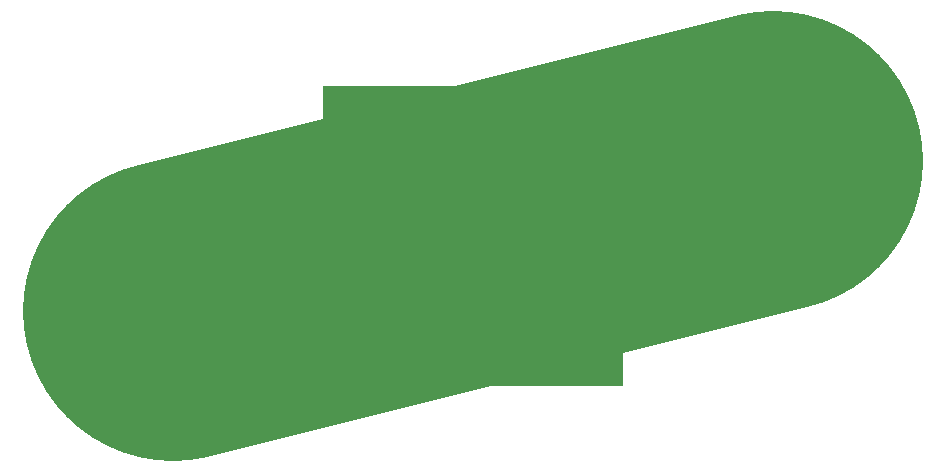
<source format=gbr>
G04 Umaco example for exposure modifier and clearing area*
%FSLAX26Y26*%
%MOIN*%
%AMSQUAREWITHHOLE*
21,0.1,1,1,0,0,0*
1,0,0.5,0,0*%
%ADD10SQUAREWITHHOLE*%
%ADD11C,1*%
G01*
%LPD*%
D11*
X-1000000Y-250000D02*
X1000000Y250000D01*
D10*
X0Y0D03*
M02*

</source>
